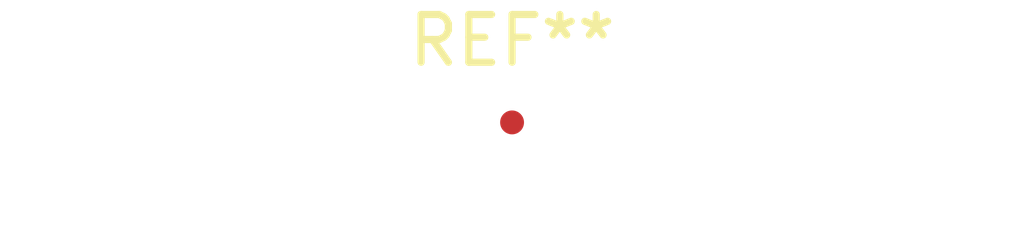
<source format=kicad_pcb>
(kicad_pcb (version 20240108) (generator "pcbnew") (generator_version "8.0")
  (layers (0 "F.Cu" signal) (31 "B.Cu" signal) (34 "B.Paste" user) (35 "F.Paste" user) (36 "B.SilkS" user "B.Silkscreen") (37 "F.SilkS" user "F.Silkscreen") (38 "B.Mask" user) (39 "F.Mask" user) (44 "Edge.Cuts" user))
  (net 0 "")
  (footprint "Fiducial:Fiducial_0.5mm_Mask1.5mm" (layer "F.Cu") (at 51 39)
    (property "Reference" "REF**" (at 0 -1.7145 0) (layer "F.SilkS"))
    (property "Value" "Fiducial_0.5mm_Mask1.5mm")
    (pad "" smd circle (at 0 0) (size 0.5 0.5) (layers "F.Cu" "F.Mask") (clearance 0.5))
  )
)
</source>
